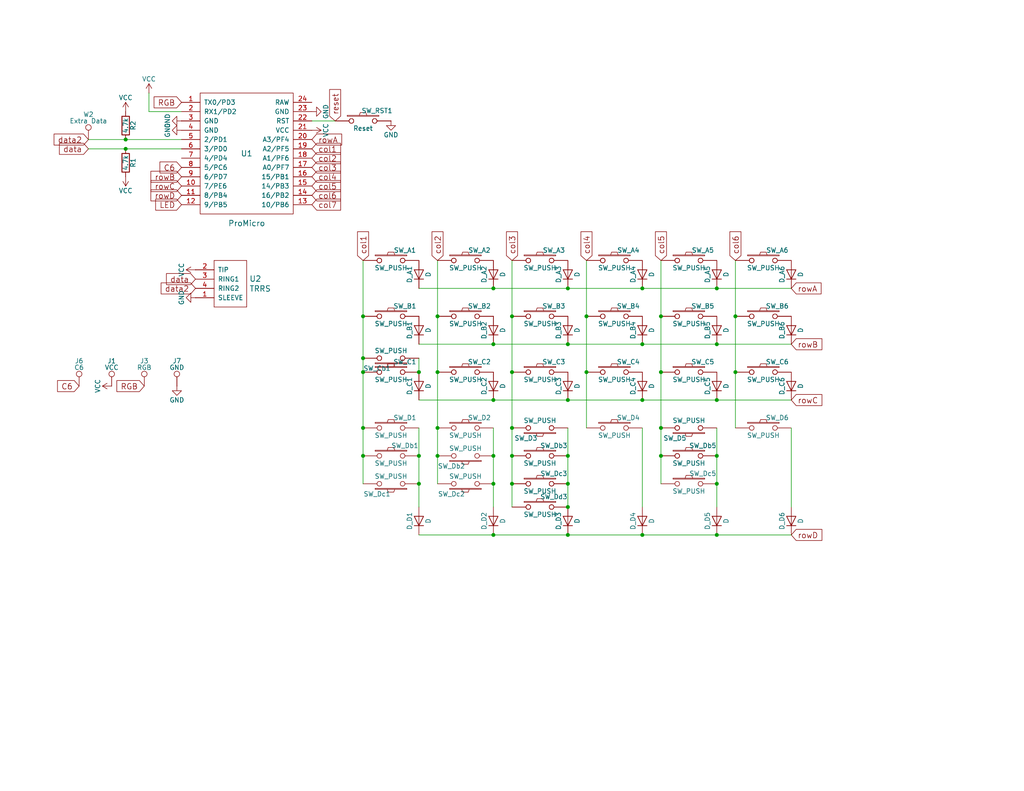
<source format=kicad_sch>
(kicad_sch (version 20250114) (generator "eeschema") (generator_version "9.0")
  (paper "USLetter")
  (title_block (title "Fourier Keyboard") (rev "1.2") (company "Keebio"))
  (lib_symbols
    (symbol "device:D" (pin_numbers (hide yes)) (pin_names (offset 1.016) (hide yes))
      (property "Reference" "D" (at 0 2.54 0))
      (property "Value" "device_D" (at 0 -2.54 0))
      (symbol "D_0_1"
        (polyline (pts (xy -1.27 1.27) (xy -1.27 -1.27)) (stroke (width 0.2032)))
        (polyline (pts (xy 1.27 1.27) (xy 1.27 -1.27) (xy -1.27 0) (xy 1.27 1.27)) (stroke (width 0.2032)))
        (polyline (pts (xy 1.27 0) (xy -1.27 0)))
      )
      (symbol "D_1_1"
        (pin passive line (at -3.81 0 0) (length 2.54) (name "K") (number "1"))
        (pin passive line (at 3.81 0 180) (length 2.54) (name "A") (number "2"))
      )
    )
    (symbol "device:R" (pin_numbers (hide yes)) (pin_names (offset 0))
      (property "Reference" "R" (at 2.032 0 90))
      (property "Value" "device_R" (at 0 0 90))
      (symbol "R_0_1"
        (rectangle (start -1.016 -2.54) (end 1.016 2.54) (stroke (width 0.254)))
      )
      (symbol "R_1_1"
        (pin passive line (at 0 3.81 270) (length 1.27) (name "~") (number "1"))
        (pin passive line (at 0 -3.81 90) (length 1.27) (name "~") (number "2"))
      )
    )
    (symbol "fourier-left-rescue:ProMicro-promicro" (pin_names (offset 1.016))
      (property "Reference" "U" (at 0 0 0))
      (property "Value" "ProMicro-promicro" (at 0 -19.05 0))
      (symbol "ProMicro-promicro_0_1"
        (rectangle (start -12.7 -16.51) (end 12.7 16.51))
      )
      (symbol "ProMicro-promicro_1_1"
        (pin input line (at -17.78 13.97 0) (length 5.08) (name "TX0/PD3") (number "1"))
        (pin input line (at -17.78 11.43 0) (length 5.08) (name "RX1/PD2") (number "2"))
        (pin input line (at -17.78 8.89 0) (length 5.08) (name "GND") (number "3"))
        (pin input line (at -17.78 6.35 0) (length 5.08) (name "GND") (number "4"))
        (pin input line (at -17.78 3.81 0) (length 5.08) (name "2/PD1") (number "5"))
        (pin input line (at -17.78 1.27 0) (length 5.08) (name "3/PD0") (number "6"))
        (pin input line (at -17.78 -1.27 0) (length 5.08) (name "4/PD4") (number "7"))
        (pin input line (at -17.78 -3.81 0) (length 5.08) (name "5/PC6") (number "8"))
        (pin input line (at -17.78 -6.35 0) (length 5.08) (name "6/PD7") (number "9"))
        (pin input line (at -17.78 -8.89 0) (length 5.08) (name "7/PE6") (number "10"))
        (pin input line (at -17.78 -11.43 0) (length 5.08) (name "8/PB4") (number "11"))
        (pin input line (at -17.78 -13.97 0) (length 5.08) (name "9/PB5") (number "12"))
        (pin input line (at 17.78 13.97 180) (length 5.08) (name "RAW") (number "24"))
        (pin input line (at 17.78 11.43 180) (length 5.08) (name "GND") (number "23"))
        (pin input line (at 17.78 8.89 180) (length 5.08) (name "RST") (number "22"))
        (pin input line (at 17.78 6.35 180) (length 5.08) (name "VCC") (number "21"))
        (pin input line (at 17.78 3.81 180) (length 5.08) (name "A3/PF4") (number "20"))
        (pin input line (at 17.78 1.27 180) (length 5.08) (name "A2/PF5") (number "19"))
        (pin input line (at 17.78 -1.27 180) (length 5.08) (name "A1/PF6") (number "18"))
        (pin input line (at 17.78 -3.81 180) (length 5.08) (name "A0/PF7") (number "17"))
        (pin input line (at 17.78 -6.35 180) (length 5.08) (name "15/PB1") (number "16"))
        (pin input line (at 17.78 -8.89 180) (length 5.08) (name "14/PB3") (number "15"))
        (pin input line (at 17.78 -11.43 180) (length 5.08) (name "16/PB2") (number "14"))
        (pin input line (at 17.78 -13.97 180) (length 5.08) (name "10/PB6") (number "13"))
      )
    )
    (symbol "fourier-left-rescue:SW_PUSH-RESCUE-fourier-left" (pin_numbers (hide yes)) (pin_names (offset 1.016) (hide yes))
      (property "Reference" "SW" (at 3.81 2.794 0))
      (property "Value" "SW_PUSH-RESCUE-fourier-left" (at 0 -2.032 0))
      (symbol "SW_PUSH-RESCUE-fourier-left_0_1"
        (rectangle (start -4.318 1.27) (end 4.318 1.524))
        (polyline (pts (xy -1.016 1.524) (xy -0.762 2.286) (xy 0.762 2.286) (xy 1.016 1.524)))
        (pin passive inverted (at -7.62 0 0) (length 5.08) (name "1") (number "1"))
        (pin passive inverted (at 7.62 0 180) (length 5.08) (name "2") (number "2"))
      )
    )
    (symbol "fourier-left-rescue:TEST_1P-RESCUE-fourier-left" (pin_numbers (hide yes)) (pin_names (offset 0.762) (hide yes))
      (property "Reference" "J" (at 0 6.858 0))
      (property "Value" "TEST_1P-RESCUE-fourier-left" (at 0 5.08 0))
      (symbol "TEST_1P-RESCUE-fourier-left_0_1"
        (circle (center 0 3.302) (radius 0.762))
      )
      (symbol "TEST_1P-RESCUE-fourier-left_1_1"
        (pin passive line (at 0 0 90) (length 2.54) (name "1") (number "1"))
      )
    )
    (symbol "keebio:TRRS" (pin_names (offset 1.016))
      (property "Reference" "U" (at 0 15.24 0))
      (property "Value" "keebio_TRRS" (at 0 -2.54 0))
      (symbol "TRRS_0_1"
        (rectangle (start -3.81 12.7) (end 5.08 12.7))
        (rectangle (start -3.81 0) (end -3.81 12.7))
        (rectangle (start 5.08 12.7) (end 5.08 0))
        (rectangle (start 5.08 0) (end -3.81 0))
      )
      (symbol "TRRS_1_1"
        (pin input line (at -8.89 10.16 0) (length 5.08) (name "TIP") (number "2"))
        (pin input line (at -8.89 7.62 0) (length 5.08) (name "RING1") (number "3"))
        (pin input line (at -8.89 5.08 0) (length 5.08) (name "RING2") (number "4"))
        (pin input line (at -8.89 2.54 0) (length 5.08) (name "SLEEVE") (number "1"))
      )
    )
    (symbol "power:GND" (power) (pin_numbers (hide yes)) (pin_names (offset 0) (hide yes))
      (property "Value" "GND" (at 0 -3.81 0))
      (symbol "GND_0_1"
        (polyline (pts (xy 0 0) (xy 0 -1.27) (xy 1.27 -1.27) (xy 0 -2.54) (xy -1.27 -1.27) (xy 0 -1.27)))
      )
      (symbol "GND_1_1"
        (pin power_in line (at 0 0 270) (length 0) (name "~") (number "1"))
      )
    )
    (symbol "power:VCC" (power) (pin_numbers (hide yes)) (pin_names (offset 0) (hide yes))
      (property "Value" "VCC" (at 0 3.556 0))
      (symbol "VCC_0_1"
        (polyline (pts (xy -0.762 1.27) (xy 0 2.54)))
        (polyline (pts (xy 0 2.54) (xy 0.762 1.27)))
        (polyline (pts (xy 0 0) (xy 0 2.54)))
      )
      (symbol "VCC_1_1"
        (pin power_in line (at 0 0 90) (length 0) (name "~") (number "1"))
      )
    )
  )
  (junction (at 114.3 101.6))
  (junction (at 134.62 109.22))
  (junction (at 114.3 124.46))
  (junction (at 99.06 86.36))
  (junction (at 99.06 124.46))
  (junction (at 134.62 132.08))
  (junction (at 180.34 101.6))
  (junction (at 175.26 146.05))
  (junction (at 160.02 86.36))
  (junction (at 180.34 116.84))
  (junction (at 34.29 40.64))
  (junction (at 34.29 38.1))
  (junction (at 139.7 116.84))
  (junction (at 134.62 78.74))
  (junction (at 139.7 86.36))
  (junction (at 119.38 101.6))
  (junction (at 195.58 146.05))
  (junction (at 175.26 109.22))
  (junction (at 114.3 132.08))
  (junction (at 175.26 78.74))
  (junction (at 154.94 124.46))
  (junction (at 119.38 86.36))
  (junction (at 154.94 93.98))
  (junction (at 195.58 78.74))
  (junction (at 154.94 132.08))
  (junction (at 134.62 146.05))
  (junction (at 175.26 93.98))
  (junction (at 119.38 124.46))
  (junction (at 154.94 146.05))
  (junction (at 139.7 132.08))
  (junction (at 119.38 116.84))
  (junction (at 99.06 97.79))
  (junction (at 134.62 93.98))
  (junction (at 195.58 132.08))
  (junction (at 154.94 109.22))
  (junction (at 195.58 93.98))
  (junction (at 195.58 109.22))
  (junction (at 134.62 124.46))
  (junction (at 200.66 86.36))
  (junction (at 99.06 101.6))
  (junction (at 160.02 101.6))
  (junction (at 154.94 78.74))
  (junction (at 154.94 138.43))
  (junction (at 139.7 101.6))
  (junction (at 180.34 124.46))
  (junction (at 200.66 101.6))
  (junction (at 180.34 86.36))
  (junction (at 99.06 116.84))
  (junction (at 195.58 124.46))
  (junction (at 139.7 124.46))
  (wire (pts (xy 134.62 146.05) (xy 154.94 146.05)))
  (wire (pts (xy 119.38 116.84) (xy 119.38 124.46)))
  (wire (pts (xy 160.02 86.36) (xy 160.02 101.6)))
  (wire (pts (xy 99.06 86.36) (xy 99.06 97.79)))
  (wire (pts (xy 195.58 93.98) (xy 215.9 93.98)))
  (wire (pts (xy 134.62 116.84) (xy 134.62 124.46)))
  (wire (pts (xy 180.34 71.12) (xy 180.34 86.36)))
  (wire (pts (xy 119.38 71.12) (xy 119.38 86.36)))
  (wire (pts (xy 139.7 116.84) (xy 139.7 124.46)))
  (wire (pts (xy 195.58 78.74) (xy 215.9 78.74)))
  (wire (pts (xy 139.7 71.12) (xy 139.7 86.36)))
  (wire (pts (xy 99.06 116.84) (xy 99.06 124.46)))
  (wire (pts (xy 119.38 132.08) (xy 119.38 124.46)))
  (wire (pts (xy 99.06 71.12) (xy 99.06 86.36)))
  (wire (pts (xy 134.62 132.08) (xy 134.62 138.43)))
  (wire (pts (xy 180.34 101.6) (xy 180.34 116.84)))
  (wire (pts (xy 180.34 86.36) (xy 180.34 101.6)))
  (wire (pts (xy 180.34 116.84) (xy 180.34 124.46)))
  (wire (pts (xy 154.94 124.46) (xy 154.94 132.08)))
  (wire (pts (xy 154.94 93.98) (xy 175.26 93.98)))
  (wire (pts (xy 200.66 116.84) (xy 200.66 101.6)))
  (wire (pts (xy 114.3 93.98) (xy 134.62 93.98)))
  (wire (pts (xy 34.29 40.64) (xy 49.53 40.64)))
  (wire (pts (xy 154.94 78.74) (xy 175.26 78.74)))
  (wire (pts (xy 40.64 30.48) (xy 40.64 25.4)))
  (wire (pts (xy 160.02 71.12) (xy 160.02 86.36)))
  (wire (pts (xy 195.58 146.05) (xy 215.9 146.05)))
  (wire (pts (xy 99.06 97.79) (xy 99.06 101.6)))
  (wire (pts (xy 175.26 109.22) (xy 195.58 109.22)))
  (wire (pts (xy 119.38 101.6) (xy 119.38 116.84)))
  (wire (pts (xy 114.3 109.22) (xy 134.62 109.22)))
  (wire (pts (xy 154.94 146.05) (xy 175.26 146.05)))
  (wire (pts (xy 134.62 109.22) (xy 154.94 109.22)))
  (wire (pts (xy 195.58 116.84) (xy 195.58 124.46)))
  (wire (pts (xy 99.06 132.08) (xy 99.06 124.46)))
  (wire (pts (xy 175.26 78.74) (xy 195.58 78.74)))
  (wire (pts (xy 24.13 38.1) (xy 34.29 38.1)))
  (wire (pts (xy 34.29 38.1) (xy 49.53 38.1)))
  (wire (pts (xy 195.58 109.22) (xy 215.9 109.22)))
  (wire (pts (xy 139.7 86.36) (xy 139.7 101.6)))
  (wire (pts (xy 91.44 33.02) (xy 85.09 33.02)))
  (wire (pts (xy 200.66 71.12) (xy 200.66 86.36)))
  (wire (pts (xy 175.26 146.05) (xy 195.58 146.05)))
  (wire (pts (xy 114.3 146.05) (xy 134.62 146.05)))
  (wire (pts (xy 195.58 124.46) (xy 195.58 132.08)))
  (wire (pts (xy 119.38 86.36) (xy 119.38 101.6)))
  (wire (pts (xy 139.7 138.43) (xy 139.7 132.08)))
  (wire (pts (xy 134.62 78.74) (xy 154.94 78.74)))
  (wire (pts (xy 134.62 124.46) (xy 134.62 132.08)))
  (wire (pts (xy 160.02 116.84) (xy 160.02 101.6)))
  (wire (pts (xy 175.26 93.98) (xy 195.58 93.98)))
  (wire (pts (xy 139.7 101.6) (xy 139.7 116.84)))
  (wire (pts (xy 114.3 132.08) (xy 114.3 138.43)))
  (wire (pts (xy 195.58 132.08) (xy 195.58 138.43)))
  (wire (pts (xy 154.94 132.08) (xy 154.94 138.43)))
  (wire (pts (xy 139.7 124.46) (xy 139.7 132.08)))
  (wire (pts (xy 114.3 101.6) (xy 114.3 97.79)))
  (wire (pts (xy 154.94 109.22) (xy 175.26 109.22)))
  (wire (pts (xy 114.3 116.84) (xy 114.3 124.46)))
  (wire (pts (xy 200.66 86.36) (xy 200.66 101.6)))
  (wire (pts (xy 180.34 132.08) (xy 180.34 124.46)))
  (wire (pts (xy 175.26 116.84) (xy 175.26 138.43)))
  (wire (pts (xy 49.53 30.48) (xy 40.64 30.48)))
  (wire (pts (xy 114.3 124.46) (xy 114.3 132.08)))
  (wire (pts (xy 99.06 101.6) (xy 99.06 116.84)))
  (wire (pts (xy 114.3 78.74) (xy 134.62 78.74)))
  (wire (pts (xy 215.9 138.43) (xy 215.9 116.84)))
  (wire (pts (xy 24.13 40.64) (xy 34.29 40.64)))
  (wire (pts (xy 154.94 116.84) (xy 154.94 124.46)))
  (wire (pts (xy 134.62 93.98) (xy 154.94 93.98)))
  (global_label "data" (shape input) (at 53.34 76.2 180) (effects (font (size 1.524 1.524))) (property "Intersheetrefs" "${INTERSHEET_REFS}" (effects (hide yes))))
  (global_label "col5" (shape input) (at 180.34 71.12 90) (effects (font (size 1.524 1.524))) (property "Intersheetrefs" "${INTERSHEET_REFS}" (effects (hide yes))))
  (global_label "rowD" (shape input) (at 215.9 146.05 0) (effects (font (size 1.524 1.524))) (property "Intersheetrefs" "${INTERSHEET_REFS}" (effects (hide yes))))
  (global_label "col3" (shape input) (at 139.7 71.12 90) (effects (font (size 1.524 1.524))) (property "Intersheetrefs" "${INTERSHEET_REFS}" (effects (hide yes))))
  (global_label "rowC" (shape input) (at 49.53 50.8 180) (effects (font (size 1.524 1.524))) (property "Intersheetrefs" "${INTERSHEET_REFS}" (effects (hide yes))))
  (global_label "RGB" (shape input) (at 49.53 27.94 180) (effects (font (size 1.524 1.524))) (property "Intersheetrefs" "${INTERSHEET_REFS}" (effects (hide yes))))
  (global_label "col4" (shape input) (at 85.09 48.26 0) (effects (font (size 1.524 1.524))) (property "Intersheetrefs" "${INTERSHEET_REFS}" (effects (hide yes))))
  (global_label "rowB" (shape input) (at 215.9 93.98 0) (effects (font (size 1.524 1.524))) (property "Intersheetrefs" "${INTERSHEET_REFS}" (effects (hide yes))))
  (global_label "data2" (shape input) (at 53.34 78.74 180) (effects (font (size 1.524 1.524))) (property "Intersheetrefs" "${INTERSHEET_REFS}" (effects (hide yes))))
  (global_label "col2" (shape input) (at 119.38 71.12 90) (effects (font (size 1.524 1.524))) (property "Intersheetrefs" "${INTERSHEET_REFS}" (effects (hide yes))))
  (global_label "rowD" (shape input) (at 49.53 53.34 180) (effects (font (size 1.524 1.524))) (property "Intersheetrefs" "${INTERSHEET_REFS}" (effects (hide yes))))
  (global_label "rowC" (shape input) (at 215.9 109.22 0) (effects (font (size 1.524 1.524))) (property "Intersheetrefs" "${INTERSHEET_REFS}" (effects (hide yes))))
  (global_label "col4" (shape input) (at 160.02 71.12 90) (effects (font (size 1.524 1.524))) (property "Intersheetrefs" "${INTERSHEET_REFS}" (effects (hide yes))))
  (global_label "col2" (shape input) (at 85.09 43.18 0) (effects (font (size 1.524 1.524))) (property "Intersheetrefs" "${INTERSHEET_REFS}" (effects (hide yes))))
  (global_label "col1" (shape input) (at 85.09 40.64 0) (effects (font (size 1.524 1.524))) (property "Intersheetrefs" "${INTERSHEET_REFS}" (effects (hide yes))))
  (global_label "col1" (shape input) (at 99.06 71.12 90) (effects (font (size 1.524 1.524))) (property "Intersheetrefs" "${INTERSHEET_REFS}" (effects (hide yes))))
  (global_label "rowB" (shape input) (at 49.53 48.26 180) (effects (font (size 1.524 1.524))) (property "Intersheetrefs" "${INTERSHEET_REFS}" (effects (hide yes))))
  (global_label "col6" (shape input) (at 200.66 71.12 90) (effects (font (size 1.524 1.524))) (property "Intersheetrefs" "${INTERSHEET_REFS}" (effects (hide yes))))
  (global_label "C6" (shape input) (at 49.53 45.72 180) (effects (font (size 1.524 1.524))) (property "Intersheetrefs" "${INTERSHEET_REFS}" (effects (hide yes))))
  (global_label "C6" (shape input) (at 21.59 105.41 180) (effects (font (size 1.524 1.524))) (property "Intersheetrefs" "${INTERSHEET_REFS}" (effects (hide yes))))
  (global_label "col3" (shape input) (at 85.09 45.72 0) (effects (font (size 1.524 1.524))) (property "Intersheetrefs" "${INTERSHEET_REFS}" (effects (hide yes))))
  (global_label "LED" (shape input) (at 49.53 55.88 180) (effects (font (size 1.524 1.524))) (property "Intersheetrefs" "${INTERSHEET_REFS}" (effects (hide yes))))
  (global_label "rowA" (shape input) (at 85.09 38.1 0) (effects (font (size 1.524 1.524))) (property "Intersheetrefs" "${INTERSHEET_REFS}" (effects (hide yes))))
  (global_label "col6" (shape input) (at 85.09 53.34 0) (effects (font (size 1.524 1.524))) (property "Intersheetrefs" "${INTERSHEET_REFS}" (effects (hide yes))))
  (global_label "data" (shape input) (at 24.13 40.64 180) (effects (font (size 1.524 1.524))) (property "Intersheetrefs" "${INTERSHEET_REFS}" (effects (hide yes))))
  (global_label "reset" (shape input) (at 91.44 33.02 90) (effects (font (size 1.524 1.524))) (property "Intersheetrefs" "${INTERSHEET_REFS}" (effects (hide yes))))
  (global_label "col7" (shape input) (at 85.09 55.88 0) (effects (font (size 1.524 1.524))) (property "Intersheetrefs" "${INTERSHEET_REFS}" (effects (hide yes))))
  (global_label "data2" (shape input) (at 24.13 38.1 180) (effects (font (size 1.524 1.524))) (property "Intersheetrefs" "${INTERSHEET_REFS}" (effects (hide yes))))
  (global_label "col5" (shape input) (at 85.09 50.8 0) (effects (font (size 1.524 1.524))) (property "Intersheetrefs" "${INTERSHEET_REFS}" (effects (hide yes))))
  (global_label "rowA" (shape input) (at 215.9 78.74 0) (effects (font (size 1.524 1.524))) (property "Intersheetrefs" "${INTERSHEET_REFS}" (effects (hide yes))))
  (global_label "RGB" (shape input) (at 39.37 105.41 180) (effects (font (size 1.524 1.524))) (property "Intersheetrefs" "${INTERSHEET_REFS}" (effects (hide yes))))
  (symbol (lib_id "fourier-left-rescue:TEST_1P-RESCUE-fourier-left") (at 24.13 38.1 0) (unit 1)
    (property "Reference" "W2" (at 24.13 31.242 0))
    (property "Value" "Extra Data" (at 24.13 33.02 0))
    (property "Footprint" "Keebio-Parts:Single-Pad" (effects (hide yes)))
  )
  (symbol (lib_id "device:R") (at 34.29 44.45 0) (unit 1)
    (property "Reference" "R1" (at 36.322 44.45 90))
    (property "Value" "4.7k" (at 34.29 44.45 90))
    (property "Footprint" "Keebio-Parts:Resistor-Hybrid-Back" (effects (hide yes)))
  )
  (symbol (lib_id "power:VCC") (at 85.09 35.56 270) (unit 1)
    (property "Reference" "#PWR01" (effects (hide yes)))
    (property "Value" "VCC" (at 88.9 35.56 0))
  )
  (symbol (lib_id "power:GND") (at 49.53 33.02 270) (unit 1)
    (property "Reference" "#PWR02" (effects (hide yes)))
    (property "Value" "GND" (at 45.72 33.02 0))
  )
  (symbol (lib_id "power:GND") (at 85.09 30.48 90) (unit 1)
    (property "Reference" "#PWR03" (effects (hide yes)))
    (property "Value" "GND" (at 88.9 30.48 0))
  )
  (symbol (lib_id "fourier-left-rescue:ProMicro-promicro") (at 67.31 41.91 0) (unit 1)
    (property "Reference" "U1" (at 67.31 41.91 0) (effects (font (size 1.524 1.524))))
    (property "Value" "ProMicro" (at 67.31 60.96 0) (effects (font (size 1.524 1.524))))
    (property "Footprint" "Keebio-Parts:ArduinoProMicro-ZigZag" (effects (hide yes)))
  )
  (symbol (lib_id "power:GND") (at 49.53 35.56 270) (unit 1)
    (property "Reference" "#PWR04" (effects (hide yes)))
    (property "Value" "GND" (at 45.72 35.56 0))
  )
  (symbol (lib_id "power:GND") (at 53.34 81.28 270) (unit 1)
    (property "Reference" "#PWR05" (effects (hide yes)))
    (property "Value" "GND" (at 49.53 81.28 0))
  )
  (symbol (lib_id "power:VCC") (at 53.34 73.66 90) (unit 1)
    (property "Reference" "#PWR06" (effects (hide yes)))
    (property "Value" "VCC" (at 49.53 73.66 0))
  )
  (symbol (lib_id "power:VCC") (at 34.29 48.26 180) (unit 1)
    (property "Reference" "#PWR07" (effects (hide yes)))
    (property "Value" "VCC" (at 34.29 52.07 0))
  )
  (symbol (lib_id "device:R") (at 34.29 34.29 0) (unit 1)
    (property "Reference" "R2" (at 36.322 34.29 90))
    (property "Value" "4.7k" (at 34.29 34.29 90))
    (property "Footprint" "Keebio-Parts:Resistor-Hybrid-Back" (effects (hide yes)))
  )
  (symbol (lib_id "power:VCC") (at 34.29 30.48 0) (unit 1)
    (property "Reference" "#PWR08" (effects (hide yes)))
    (property "Value" "VCC" (at 34.29 26.67 0))
  )
  (symbol (lib_id "fourier-left-rescue:SW_PUSH-RESCUE-fourier-left") (at 99.06 33.02 0) (unit 1)
    (property "Reference" "SW_RST1" (at 102.87 30.226 0))
    (property "Value" "Reset" (at 99.06 35.052 0))
    (property "Footprint" "Keebio-Parts:SW_Tactile_SPST_Angled_MJTP1117" (effects (hide yes)))
  )
  (symbol (lib_id "power:GND") (at 106.68 33.02 0) (unit 1)
    (property "Reference" "#PWR09" (effects (hide yes)))
    (property "Value" "GND" (at 106.68 36.83 0))
  )
  (symbol (lib_id "fourier-left-rescue:TEST_1P-RESCUE-fourier-left") (at 39.37 105.41 0) (unit 1)
    (property "Reference" "J3" (at 39.37 98.552 0))
    (property "Value" "RGB" (at 39.37 100.33 0))
    (property "Footprint" "Keebio-Parts:Single-Pad" (effects (hide yes)))
  )
  (symbol (lib_id "fourier-left-rescue:TEST_1P-RESCUE-fourier-left") (at 21.59 105.41 0) (unit 1)
    (property "Reference" "J6" (at 21.59 98.552 0))
    (property "Value" "C6" (at 21.59 100.33 0))
    (property "Footprint" "Keebio-Parts:Single-Pad" (effects (hide yes)))
  )
  (symbol (lib_id "fourier-left-rescue:TEST_1P-RESCUE-fourier-left") (at 30.48 105.41 0) (unit 1)
    (property "Reference" "J1" (at 30.48 98.552 0))
    (property "Value" "VCC" (at 30.48 100.33 0))
    (property "Footprint" "Keebio-Parts:Single-Pad" (effects (hide yes)))
  )
  (symbol (lib_id "power:VCC") (at 30.48 105.41 90) (unit 1)
    (property "Reference" "#PWR010" (effects (hide yes)))
    (property "Value" "VCC" (at 26.67 105.41 0))
  )
  (symbol (lib_id "fourier-left-rescue:TEST_1P-RESCUE-fourier-left") (at 48.26 105.41 0) (unit 1)
    (property "Reference" "J7" (at 48.26 98.552 0))
    (property "Value" "GND" (at 48.26 100.33 0))
    (property "Footprint" "Keebio-Parts:Single-Pad" (effects (hide yes)))
  )
  (symbol (lib_id "power:GND") (at 48.26 105.41 0) (unit 1)
    (property "Reference" "#PWR011" (effects (hide yes)))
    (property "Value" "GND" (at 48.26 109.22 0))
  )
  (symbol (lib_id "fourier-left-rescue:SW_PUSH-RESCUE-fourier-left") (at 106.68 71.12 0) (unit 1)
    (property "Reference" "SW_A1" (at 110.49 68.326 0))
    (property "Value" "SW_PUSH" (at 106.68 73.152 0))
    (property "Footprint" "MX_Alps_Hybrid:MX-1U-NoLED" (effects (hide yes)))
  )
  (symbol (lib_id "device:D") (at 114.3 74.93 90) (unit 1)
    (property "Reference" "D_A1" (at 111.76 74.93 0))
    (property "Value" "D" (at 116.84 74.93 0))
    (property "Footprint" "Keebio-Parts:Diode-Hybrid-Back" (effects (hide yes)))
  )
  (symbol (lib_id "fourier-left-rescue:SW_PUSH-RESCUE-fourier-left") (at 127 71.12 0) (unit 1)
    (property "Reference" "SW_A2" (at 130.81 68.326 0))
    (property "Value" "SW_PUSH" (at 127 73.152 0))
    (property "Footprint" "MX_Alps_Hybrid:MX-1U-NoLED" (effects (hide yes)))
  )
  (symbol (lib_id "device:D") (at 134.62 74.93 90) (unit 1)
    (property "Reference" "D_A2" (at 132.08 74.93 0))
    (property "Value" "D" (at 137.16 74.93 0))
    (property "Footprint" "Keebio-Parts:Diode-Hybrid-Back" (effects (hide yes)))
  )
  (symbol (lib_id "fourier-left-rescue:SW_PUSH-RESCUE-fourier-left") (at 147.32 71.12 0) (unit 1)
    (property "Reference" "SW_A3" (at 151.13 68.326 0))
    (property "Value" "SW_PUSH" (at 147.32 73.152 0))
    (property "Footprint" "MX_Alps_Hybrid:MX-1U-NoLED" (effects (hide yes)))
  )
  (symbol (lib_id "device:D") (at 154.94 74.93 90) (unit 1)
    (property "Reference" "D_A3" (at 152.4 74.93 0))
    (property "Value" "D" (at 157.48 74.93 0))
    (property "Footprint" "Keebio-Parts:Diode-Hybrid-Back" (effects (hide yes)))
  )
  (symbol (lib_id "fourier-left-rescue:SW_PUSH-RESCUE-fourier-left") (at 167.64 71.12 0) (unit 1)
    (property "Reference" "SW_A4" (at 171.45 68.326 0))
    (property "Value" "SW_PUSH" (at 167.64 73.152 0))
    (property "Footprint" "MX_Alps_Hybrid:MX-1U-NoLED" (effects (hide yes)))
  )
  (symbol (lib_id "device:D") (at 175.26 74.93 90) (unit 1)
    (property "Reference" "D_A4" (at 172.72 74.93 0))
    (property "Value" "D" (at 177.8 74.93 0))
    (property "Footprint" "Keebio-Parts:Diode-Hybrid-Back" (effects (hide yes)))
  )
  (symbol (lib_id "fourier-left-rescue:SW_PUSH-RESCUE-fourier-left") (at 187.96 71.12 0) (unit 1)
    (property "Reference" "SW_A5" (at 191.77 68.326 0))
    (property "Value" "SW_PUSH" (at 187.96 73.152 0))
    (property "Footprint" "MX_Alps_Hybrid:MX-1U-NoLED" (effects (hide yes)))
  )
  (symbol (lib_id "device:D") (at 195.58 74.93 90) (unit 1)
    (property "Reference" "D_A5" (at 193.04 74.93 0))
    (property "Value" "D" (at 198.12 74.93 0))
    (property "Footprint" "Keebio-Parts:Diode-Hybrid-Back" (effects (hide yes)))
  )
  (symbol (lib_id "fourier-left-rescue:SW_PUSH-RESCUE-fourier-left") (at 208.28 71.12 0) (unit 1)
    (property "Reference" "SW_A6" (at 212.09 68.326 0))
    (property "Value" "SW_PUSH" (at 208.28 73.152 0))
    (property "Footprint" "MX_Alps_Hybrid:MX-1U-NoLED" (effects (hide yes)))
  )
  (symbol (lib_id "device:D") (at 215.9 74.93 90) (unit 1)
    (property "Reference" "D_A6" (at 213.36 74.93 0))
    (property "Value" "D" (at 218.44 74.93 0))
    (property "Footprint" "Keebio-Parts:Diode-Hybrid-Back" (effects (hide yes)))
  )
  (symbol (lib_id "fourier-left-rescue:SW_PUSH-RESCUE-fourier-left") (at 106.68 86.36 0) (unit 1)
    (property "Reference" "SW_B1" (at 110.49 83.566 0))
    (property "Value" "SW_PUSH" (at 106.68 88.392 0))
    (property "Footprint" "MX_Alps_Hybrid:MX-1.25U-NoLED" (effects (hide yes)))
  )
  (symbol (lib_id "device:D") (at 114.3 90.17 90) (unit 1)
    (property "Reference" "D_B1" (at 111.76 90.17 0))
    (property "Value" "D" (at 116.84 90.17 0))
    (property "Footprint" "Keebio-Parts:Diode-Hybrid-Back" (effects (hide yes)))
  )
  (symbol (lib_id "fourier-left-rescue:SW_PUSH-RESCUE-fourier-left") (at 127 86.36 0) (unit 1)
    (property "Reference" "SW_B2" (at 130.81 83.566 0))
    (property "Value" "SW_PUSH" (at 127 88.392 0))
    (property "Footprint" "MX_Alps_Hybrid:MX-1U-NoLED" (effects (hide yes)))
  )
  (symbol (lib_id "device:D") (at 134.62 90.17 90) (unit 1)
    (property "Reference" "D_B2" (at 132.08 90.17 0))
    (property "Value" "D" (at 137.16 90.17 0))
    (property "Footprint" "Keebio-Parts:Diode-Hybrid-Back" (effects (hide yes)))
  )
  (symbol (lib_id "fourier-left-rescue:SW_PUSH-RESCUE-fourier-left") (at 147.32 86.36 0) (unit 1)
    (property "Reference" "SW_B3" (at 151.13 83.566 0))
    (property "Value" "SW_PUSH" (at 147.32 88.392 0))
    (property "Footprint" "MX_Alps_Hybrid:MX-1U-NoLED" (effects (hide yes)))
  )
  (symbol (lib_id "device:D") (at 154.94 90.17 90) (unit 1)
    (property "Reference" "D_B3" (at 152.4 90.17 0))
    (property "Value" "D" (at 157.48 90.17 0))
    (property "Footprint" "Keebio-Parts:Diode-Hybrid-Back" (effects (hide yes)))
  )
  (symbol (lib_id "fourier-left-rescue:SW_PUSH-RESCUE-fourier-left") (at 167.64 86.36 0) (unit 1)
    (property "Reference" "SW_B4" (at 171.45 83.566 0))
    (property "Value" "SW_PUSH" (at 167.64 88.392 0))
    (property "Footprint" "MX_Alps_Hybrid:MX-1U-NoLED" (effects (hide yes)))
  )
  (symbol (lib_id "device:D") (at 175.26 90.17 90) (unit 1)
    (property "Reference" "D_B4" (at 172.72 90.17 0))
    (property "Value" "D" (at 177.8 90.17 0))
    (property "Footprint" "Keebio-Parts:Diode-Hybrid-Back" (effects (hide yes)))
  )
  (symbol (lib_id "fourier-left-rescue:SW_PUSH-RESCUE-fourier-left") (at 187.96 86.36 0) (unit 1)
    (property "Reference" "SW_B5" (at 191.77 83.566 0))
    (property "Value" "SW_PUSH" (at 187.96 88.392 0))
    (property "Footprint" "MX_Alps_Hybrid:MX-1U-NoLED" (effects (hide yes)))
  )
  (symbol (lib_id "device:D") (at 195.58 90.17 90) (unit 1)
    (property "Reference" "D_B5" (at 193.04 90.17 0))
    (property "Value" "D" (at 198.12 90.17 0))
    (property "Footprint" "Keebio-Parts:Diode-Hybrid-Back" (effects (hide yes)))
  )
  (symbol (lib_id "fourier-left-rescue:SW_PUSH-RESCUE-fourier-left") (at 208.28 86.36 0) (unit 1)
    (property "Reference" "SW_B6" (at 212.09 83.566 0))
    (property "Value" "SW_PUSH" (at 208.28 88.392 0))
    (property "Footprint" "MX_Alps_Hybrid:MX-1U-NoLED" (effects (hide yes)))
  )
  (symbol (lib_id "device:D") (at 215.9 90.17 90) (unit 1)
    (property "Reference" "D_B6" (at 213.36 90.17 0))
    (property "Value" "D" (at 218.44 90.17 0))
    (property "Footprint" "Keebio-Parts:Diode-Hybrid-Back" (effects (hide yes)))
  )
  (symbol (lib_id "fourier-left-rescue:SW_PUSH-RESCUE-fourier-left") (at 106.68 101.6 0) (unit 1)
    (property "Reference" "SW_C1" (at 110.49 98.806 0))
    (property "Value" "SW_PUSH" (at 106.68 103.632 0))
    (property "Footprint" "MX_Alps_Hybrid:MX-1.75U-NoLED" (effects (hide yes)))
  )
  (symbol (lib_id "device:D") (at 114.3 105.41 90) (unit 1)
    (property "Reference" "D_C1" (at 111.76 105.41 0))
    (property "Value" "D" (at 116.84 105.41 0))
    (property "Footprint" "Keebio-Parts:Diode-Hybrid-Back" (effects (hide yes)))
  )
  (symbol (lib_id "fourier-left-rescue:SW_PUSH-RESCUE-fourier-left") (at 127 101.6 0) (unit 1)
    (property "Reference" "SW_C2" (at 130.81 98.806 0))
    (property "Value" "SW_PUSH" (at 127 103.632 0))
    (property "Footprint" "MX_Alps_Hybrid:MX-1U-NoLED" (effects (hide yes)))
  )
  (symbol (lib_id "device:D") (at 134.62 105.41 90) (unit 1)
    (property "Reference" "D_C2" (at 132.08 105.41 0))
    (property "Value" "D" (at 137.16 105.41 0))
    (property "Footprint" "Keebio-Parts:Diode-Hybrid-Back" (effects (hide yes)))
  )
  (symbol (lib_id "fourier-left-rescue:SW_PUSH-RESCUE-fourier-left") (at 147.32 101.6 0) (unit 1)
    (property "Reference" "SW_C3" (at 151.13 98.806 0))
    (property "Value" "SW_PUSH" (at 147.32 103.632 0))
    (property "Footprint" "MX_Alps_Hybrid:MX-1U-NoLED" (effects (hide yes)))
  )
  (symbol (lib_id "device:D") (at 154.94 105.41 90) (unit 1)
    (property "Reference" "D_C3" (at 152.4 105.41 0))
    (property "Value" "D" (at 157.48 105.41 0))
    (property "Footprint" "Keebio-Parts:Diode-Hybrid-Back" (effects (hide yes)))
  )
  (symbol (lib_id "fourier-left-rescue:SW_PUSH-RESCUE-fourier-left") (at 167.64 101.6 0) (unit 1)
    (property "Reference" "SW_C4" (at 171.45 98.806 0))
    (property "Value" "SW_PUSH" (at 167.64 103.632 0))
    (property "Footprint" "MX_Alps_Hybrid:MX-1U-NoLED" (effects (hide yes)))
  )
  (symbol (lib_id "device:D") (at 175.26 105.41 90) (unit 1)
    (property "Reference" "D_C4" (at 172.72 105.41 0))
    (property "Value" "D" (at 177.8 105.41 0))
    (property "Footprint" "Keebio-Parts:Diode-Hybrid-Back" (effects (hide yes)))
  )
  (symbol (lib_id "fourier-left-rescue:SW_PUSH-RESCUE-fourier-left") (at 187.96 101.6 0) (unit 1)
    (property "Reference" "SW_C5" (at 191.77 98.806 0))
    (property "Value" "SW_PUSH" (at 187.96 103.632 0))
    (property "Footprint" "MX_Alps_Hybrid:MX-1U-NoLED" (effects (hide yes)))
  )
  (symbol (lib_id "device:D") (at 195.58 105.41 90) (unit 1)
    (property "Reference" "D_C5" (at 193.04 105.41 0))
    (property "Value" "D" (at 198.12 105.41 0))
    (property "Footprint" "Keebio-Parts:Diode-Hybrid-Back" (effects (hide yes)))
  )
  (symbol (lib_id "fourier-left-rescue:SW_PUSH-RESCUE-fourier-left") (at 208.28 101.6 0) (unit 1)
    (property "Reference" "SW_C6" (at 212.09 98.806 0))
    (property "Value" "SW_PUSH" (at 208.28 103.632 0))
    (property "Footprint" "MX_Alps_Hybrid:MX-1U-NoLED" (effects (hide yes)))
  )
  (symbol (lib_id "device:D") (at 215.9 105.41 90) (unit 1)
    (property "Reference" "D_C6" (at 213.36 105.41 0))
    (property "Value" "D" (at 218.44 105.41 0))
    (property "Footprint" "Keebio-Parts:Diode-Hybrid-Back" (effects (hide yes)))
  )
  (symbol (lib_id "fourier-left-rescue:SW_PUSH-RESCUE-fourier-left") (at 106.68 116.84 0) (unit 1)
    (property "Reference" "SW_D1" (at 110.49 114.046 0))
    (property "Value" "SW_PUSH" (at 106.68 118.872 0))
    (property "Footprint" "MX_Alps_Hybrid:MX-1.25U-NoLED" (effects (hide yes)))
  )
  (symbol (lib_id "device:D") (at 114.3 142.24 90) (unit 1)
    (property "Reference" "D_D1" (at 111.76 142.24 0))
    (property "Value" "D" (at 116.84 142.24 0))
    (property "Footprint" "Keebio-Parts:Diode-Hybrid-Back" (effects (hide yes)))
  )
  (symbol (lib_id "fourier-left-rescue:SW_PUSH-RESCUE-fourier-left") (at 127 116.84 0) (unit 1)
    (property "Reference" "SW_D2" (at 130.81 114.046 0))
    (property "Value" "SW_PUSH" (at 127 118.872 0))
    (property "Footprint" "MX_Alps_Hybrid:MX-1U-NoLED" (effects (hide yes)))
  )
  (symbol (lib_id "device:D") (at 134.62 142.24 90) (unit 1)
    (property "Reference" "D_D2" (at 132.08 142.24 0))
    (property "Value" "D" (at 137.16 142.24 0))
    (property "Footprint" "Keebio-Parts:Diode-Hybrid-Back" (effects (hide yes)))
  )
  (symbol (lib_id "fourier-left-rescue:SW_PUSH-RESCUE-fourier-left") (at 147.32 116.84 180) (unit 1)
    (property "Reference" "SW_D3" (at 143.51 119.634 0))
    (property "Value" "SW_PUSH" (at 147.32 114.808 0))
    (property "Footprint" "MX_Alps_Hybrid:MX-1.25U-NoLED" (effects (hide yes)))
  )
  (symbol (lib_id "device:D") (at 154.94 142.24 90) (unit 1)
    (property "Reference" "D_D3" (at 152.4 142.24 0))
    (property "Value" "D" (at 157.48 142.24 0))
    (property "Footprint" "Keebio-Parts:Diode-Hybrid-Back" (effects (hide yes)))
  )
  (symbol (lib_id "fourier-left-rescue:SW_PUSH-RESCUE-fourier-left") (at 187.96 116.84 180) (unit 1)
    (property "Reference" "SW_D5" (at 184.15 119.634 0))
    (property "Value" "SW_PUSH" (at 187.96 114.808 0))
    (property "Footprint" "MX_Alps_Hybrid:MX-2.75U-ReversedStabilizers-NoLED" (effects (hide yes)))
  )
  (symbol (lib_id "device:D") (at 195.58 142.24 90) (unit 1)
    (property "Reference" "D_D5" (at 193.04 142.24 0))
    (property "Value" "D" (at 198.12 142.24 0))
    (property "Footprint" "Keebio-Parts:Diode-Hybrid-Back" (effects (hide yes)))
  )
  (symbol (lib_id "fourier-left-rescue:SW_PUSH-RESCUE-fourier-left") (at 106.68 124.46 0) (unit 1)
    (property "Reference" "SW_Db1" (at 110.49 121.666 0))
    (property "Value" "SW_PUSH" (at 106.68 126.492 0))
    (property "Footprint" "MX_Alps_Hybrid:MX-1.5U-NoLED" (effects (hide yes)))
  )
  (symbol (lib_id "fourier-left-rescue:SW_PUSH-RESCUE-fourier-left") (at 127 124.46 180) (unit 1)
    (property "Reference" "SW_Db2" (at 123.19 127.254 0))
    (property "Value" "SW_PUSH" (at 127 122.428 0))
    (property "Footprint" "MX_Alps_Hybrid:MX-1.5U-NoLED" (effects (hide yes)))
  )
  (symbol (lib_id "fourier-left-rescue:SW_PUSH-RESCUE-fourier-left") (at 147.32 124.46 0) (unit 1)
    (property "Reference" "SW_Db3" (at 151.13 121.666 0))
    (property "Value" "SW_PUSH" (at 147.32 126.492 0))
    (property "Footprint" "MX_Alps_Hybrid:MX-1.25U-NoLED" (effects (hide yes)))
  )
  (symbol (lib_id "fourier-left-rescue:SW_PUSH-RESCUE-fourier-left") (at 187.96 124.46 0) (unit 1)
    (property "Reference" "SW_Db5" (at 191.77 121.666 0))
    (property "Value" "SW_PUSH" (at 187.96 126.492 0))
    (property "Footprint" "MX_Alps_Hybrid:MX-2.25U-ReversedStabilizers-NoLED" (effects (hide yes)))
  )
  (symbol (lib_id "fourier-left-rescue:SW_PUSH-RESCUE-fourier-left") (at 147.32 132.08 0) (unit 1)
    (property "Reference" "SW_Dc3" (at 151.13 129.286 0))
    (property "Value" "SW_PUSH" (at 147.32 134.112 0))
    (property "Footprint" "MX_Alps_Hybrid:MX-1.5U-NoLED" (effects (hide yes)))
  )
  (symbol (lib_id "power:VCC") (at 40.64 25.4 0) (unit 1)
    (property "Reference" "#PWR0101" (effects (hide yes)))
    (property "Value" "VCC" (at 40.64 21.59 0))
  )
  (symbol (lib_id "fourier-left-rescue:SW_PUSH-RESCUE-fourier-left") (at 106.68 97.79 180) (unit 1)
    (property "Reference" "SW_Cb1" (at 102.87 100.584 0))
    (property "Value" "SW_PUSH" (at 106.68 95.758 0))
    (property "Footprint" "MX_Alps_Hybrid:MX-1.25U-NoLED" (effects (hide yes)))
  )
  (symbol (lib_id "fourier-left-rescue:SW_PUSH-RESCUE-fourier-left") (at 106.68 132.08 180) (unit 1)
    (property "Reference" "SW_Dc1" (at 102.87 134.874 0))
    (property "Value" "SW_PUSH" (at 106.68 130.048 0))
    (property "Footprint" "MX_Alps_Hybrid:MX-1U-NoLED" (effects (hide yes)))
  )
  (symbol (lib_id "fourier-left-rescue:SW_PUSH-RESCUE-fourier-left") (at 127 132.08 180) (unit 1)
    (property "Reference" "SW_Dc2" (at 123.19 134.874 0))
    (property "Value" "SW_PUSH" (at 127 130.048 0))
    (property "Footprint" "MX_Alps_Hybrid:MX-1U-NoLED" (effects (hide yes)))
  )
  (symbol (lib_id "fourier-left-rescue:SW_PUSH-RESCUE-fourier-left") (at 147.32 138.43 0) (unit 1)
    (property "Reference" "SW_Dd3" (at 151.13 135.636 0))
    (property "Value" "SW_PUSH" (at 147.32 140.462 0))
    (property "Footprint" "MX_Alps_Hybrid:MX-1U-NoLED" (effects (hide yes)))
  )
  (symbol (lib_id "fourier-left-rescue:SW_PUSH-RESCUE-fourier-left") (at 167.64 116.84 0) (unit 1)
    (property "Reference" "SW_D4" (at 171.45 114.046 0))
    (property "Value" "SW_PUSH" (at 167.64 118.872 0))
    (property "Footprint" "MX_Alps_Hybrid:MX-1U-NoLED" (effects (hide yes)))
  )
  (symbol (lib_id "device:D") (at 175.26 142.24 90) (unit 1)
    (property "Reference" "D_D4" (at 172.72 142.24 0))
    (property "Value" "D" (at 177.8 142.24 0))
    (property "Footprint" "Keebio-Parts:Diode-Hybrid-Back" (effects (hide yes)))
  )
  (symbol (lib_id "fourier-left-rescue:SW_PUSH-RESCUE-fourier-left") (at 187.96 132.08 0) (unit 1)
    (property "Reference" "SW_Dc5" (at 191.77 129.286 0))
    (property "Value" "SW_PUSH" (at 187.96 134.112 0))
    (property "Footprint" "MX_Alps_Hybrid:MX-1.25U-NoLED" (effects (hide yes)))
  )
  (symbol (lib_id "fourier-left-rescue:SW_PUSH-RESCUE-fourier-left") (at 208.28 116.84 0) (unit 1)
    (property "Reference" "SW_D6" (at 212.09 114.046 0))
    (property "Value" "SW_PUSH" (at 208.28 118.872 0))
    (property "Footprint" "MX_Alps_Hybrid:MX-1U-NoLED" (effects (hide yes)))
  )
  (symbol (lib_id "device:D") (at 215.9 142.24 90) (unit 1)
    (property "Reference" "D_D6" (at 213.36 142.24 0))
    (property "Value" "D" (at 218.44 142.24 0))
    (property "Footprint" "Keebio-Parts:Diode-Hybrid-Back" (effects (hide yes)))
  )
  (symbol (lib_id "keebio:TRRS") (at 62.23 83.82 0) (unit 1)
    (property "Reference" "U2" (at 68.0212 76.1238 0) (effects (font (size 1.524 1.524)) (justify left)))
    (property "Value" "TRRS" (at 68.0212 78.8162 0) (effects (font (size 1.524 1.524)) (justify left)))
    (property "Footprint" "Keebio-Parts:TRRS-PJ-320A" (effects (hide yes)))
  )
)
</source>
